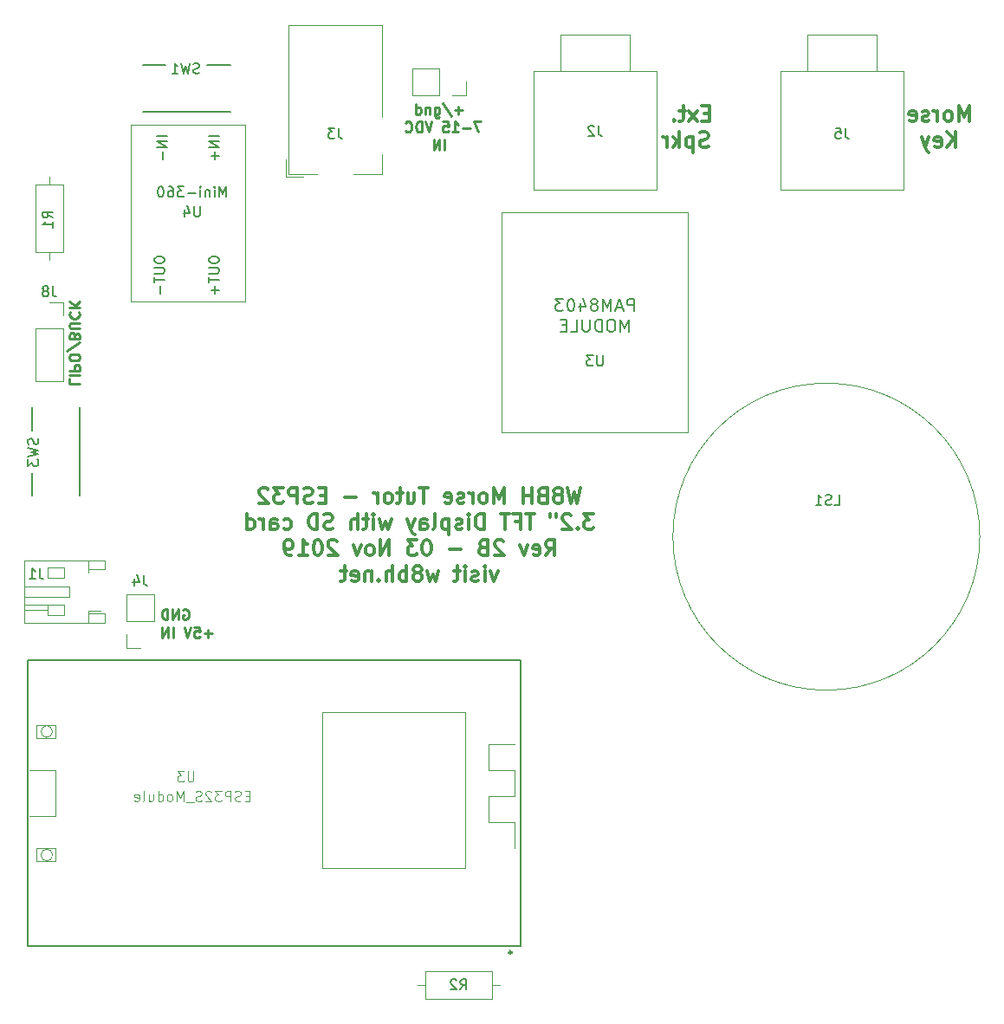
<source format=gbr>
G04 #@! TF.GenerationSoftware,KiCad,Pcbnew,(5.1.4)-1*
G04 #@! TF.CreationDate,2019-11-03T17:56:11-05:00*
G04 #@! TF.ProjectId,MorseTutor4,4d6f7273-6554-4757-946f-72342e6b6963,rev?*
G04 #@! TF.SameCoordinates,Original*
G04 #@! TF.FileFunction,Legend,Bot*
G04 #@! TF.FilePolarity,Positive*
%FSLAX46Y46*%
G04 Gerber Fmt 4.6, Leading zero omitted, Abs format (unit mm)*
G04 Created by KiCad (PCBNEW (5.1.4)-1) date 2019-11-03 17:56:11*
%MOMM*%
%LPD*%
G04 APERTURE LIST*
%ADD10C,0.300000*%
%ADD11C,0.200000*%
%ADD12C,0.250000*%
%ADD13C,0.120000*%
%ADD14C,0.100000*%
%ADD15C,0.127000*%
%ADD16C,0.280000*%
%ADD17C,0.150000*%
%ADD18C,0.050000*%
G04 APERTURE END LIST*
D10*
X97055714Y-34967857D02*
X96555714Y-34967857D01*
X96341428Y-35753571D02*
X97055714Y-35753571D01*
X97055714Y-34253571D01*
X96341428Y-34253571D01*
X95841428Y-35753571D02*
X95055714Y-34753571D01*
X95841428Y-34753571D02*
X95055714Y-35753571D01*
X94698571Y-34753571D02*
X94127142Y-34753571D01*
X94484285Y-34253571D02*
X94484285Y-35539285D01*
X94412857Y-35682142D01*
X94270000Y-35753571D01*
X94127142Y-35753571D01*
X93627142Y-35610714D02*
X93555714Y-35682142D01*
X93627142Y-35753571D01*
X93698571Y-35682142D01*
X93627142Y-35610714D01*
X93627142Y-35753571D01*
X96948571Y-38232142D02*
X96734285Y-38303571D01*
X96377142Y-38303571D01*
X96234285Y-38232142D01*
X96162857Y-38160714D01*
X96091428Y-38017857D01*
X96091428Y-37875000D01*
X96162857Y-37732142D01*
X96234285Y-37660714D01*
X96377142Y-37589285D01*
X96662857Y-37517857D01*
X96805714Y-37446428D01*
X96877142Y-37375000D01*
X96948571Y-37232142D01*
X96948571Y-37089285D01*
X96877142Y-36946428D01*
X96805714Y-36875000D01*
X96662857Y-36803571D01*
X96305714Y-36803571D01*
X96091428Y-36875000D01*
X95448571Y-37303571D02*
X95448571Y-38803571D01*
X95448571Y-37375000D02*
X95305714Y-37303571D01*
X95020000Y-37303571D01*
X94877142Y-37375000D01*
X94805714Y-37446428D01*
X94734285Y-37589285D01*
X94734285Y-38017857D01*
X94805714Y-38160714D01*
X94877142Y-38232142D01*
X95020000Y-38303571D01*
X95305714Y-38303571D01*
X95448571Y-38232142D01*
X94091428Y-38303571D02*
X94091428Y-36803571D01*
X93948571Y-37732142D02*
X93520000Y-38303571D01*
X93520000Y-37303571D02*
X94091428Y-37875000D01*
X92877142Y-38303571D02*
X92877142Y-37303571D01*
X92877142Y-37589285D02*
X92805714Y-37446428D01*
X92734285Y-37375000D01*
X92591428Y-37303571D01*
X92448571Y-37303571D01*
X122427857Y-35753571D02*
X122427857Y-34253571D01*
X121927857Y-35325000D01*
X121427857Y-34253571D01*
X121427857Y-35753571D01*
X120499285Y-35753571D02*
X120642142Y-35682142D01*
X120713571Y-35610714D01*
X120785000Y-35467857D01*
X120785000Y-35039285D01*
X120713571Y-34896428D01*
X120642142Y-34825000D01*
X120499285Y-34753571D01*
X120285000Y-34753571D01*
X120142142Y-34825000D01*
X120070714Y-34896428D01*
X119999285Y-35039285D01*
X119999285Y-35467857D01*
X120070714Y-35610714D01*
X120142142Y-35682142D01*
X120285000Y-35753571D01*
X120499285Y-35753571D01*
X119356428Y-35753571D02*
X119356428Y-34753571D01*
X119356428Y-35039285D02*
X119285000Y-34896428D01*
X119213571Y-34825000D01*
X119070714Y-34753571D01*
X118927857Y-34753571D01*
X118499285Y-35682142D02*
X118356428Y-35753571D01*
X118070714Y-35753571D01*
X117927857Y-35682142D01*
X117856428Y-35539285D01*
X117856428Y-35467857D01*
X117927857Y-35325000D01*
X118070714Y-35253571D01*
X118285000Y-35253571D01*
X118427857Y-35182142D01*
X118499285Y-35039285D01*
X118499285Y-34967857D01*
X118427857Y-34825000D01*
X118285000Y-34753571D01*
X118070714Y-34753571D01*
X117927857Y-34825000D01*
X116642142Y-35682142D02*
X116785000Y-35753571D01*
X117070714Y-35753571D01*
X117213571Y-35682142D01*
X117285000Y-35539285D01*
X117285000Y-34967857D01*
X117213571Y-34825000D01*
X117070714Y-34753571D01*
X116785000Y-34753571D01*
X116642142Y-34825000D01*
X116570714Y-34967857D01*
X116570714Y-35110714D01*
X117285000Y-35253571D01*
X121142142Y-38303571D02*
X121142142Y-36803571D01*
X120285000Y-38303571D02*
X120927857Y-37446428D01*
X120285000Y-36803571D02*
X121142142Y-37660714D01*
X119070714Y-38232142D02*
X119213571Y-38303571D01*
X119499285Y-38303571D01*
X119642142Y-38232142D01*
X119713571Y-38089285D01*
X119713571Y-37517857D01*
X119642142Y-37375000D01*
X119499285Y-37303571D01*
X119213571Y-37303571D01*
X119070714Y-37375000D01*
X118999285Y-37517857D01*
X118999285Y-37660714D01*
X119713571Y-37803571D01*
X118499285Y-37303571D02*
X118142142Y-38303571D01*
X117785000Y-37303571D02*
X118142142Y-38303571D01*
X118285000Y-38660714D01*
X118356428Y-38732142D01*
X118499285Y-38803571D01*
D11*
X89680000Y-54307857D02*
X89680000Y-53107857D01*
X89222857Y-53107857D01*
X89108571Y-53165000D01*
X89051428Y-53222142D01*
X88994285Y-53336428D01*
X88994285Y-53507857D01*
X89051428Y-53622142D01*
X89108571Y-53679285D01*
X89222857Y-53736428D01*
X89680000Y-53736428D01*
X88537142Y-53965000D02*
X87965714Y-53965000D01*
X88651428Y-54307857D02*
X88251428Y-53107857D01*
X87851428Y-54307857D01*
X87451428Y-54307857D02*
X87451428Y-53107857D01*
X87051428Y-53965000D01*
X86651428Y-53107857D01*
X86651428Y-54307857D01*
X85908571Y-53622142D02*
X86022857Y-53565000D01*
X86080000Y-53507857D01*
X86137142Y-53393571D01*
X86137142Y-53336428D01*
X86080000Y-53222142D01*
X86022857Y-53165000D01*
X85908571Y-53107857D01*
X85680000Y-53107857D01*
X85565714Y-53165000D01*
X85508571Y-53222142D01*
X85451428Y-53336428D01*
X85451428Y-53393571D01*
X85508571Y-53507857D01*
X85565714Y-53565000D01*
X85680000Y-53622142D01*
X85908571Y-53622142D01*
X86022857Y-53679285D01*
X86080000Y-53736428D01*
X86137142Y-53850714D01*
X86137142Y-54079285D01*
X86080000Y-54193571D01*
X86022857Y-54250714D01*
X85908571Y-54307857D01*
X85680000Y-54307857D01*
X85565714Y-54250714D01*
X85508571Y-54193571D01*
X85451428Y-54079285D01*
X85451428Y-53850714D01*
X85508571Y-53736428D01*
X85565714Y-53679285D01*
X85680000Y-53622142D01*
X84422857Y-53507857D02*
X84422857Y-54307857D01*
X84708571Y-53050714D02*
X84994285Y-53907857D01*
X84251428Y-53907857D01*
X83565714Y-53107857D02*
X83451428Y-53107857D01*
X83337142Y-53165000D01*
X83280000Y-53222142D01*
X83222857Y-53336428D01*
X83165714Y-53565000D01*
X83165714Y-53850714D01*
X83222857Y-54079285D01*
X83280000Y-54193571D01*
X83337142Y-54250714D01*
X83451428Y-54307857D01*
X83565714Y-54307857D01*
X83680000Y-54250714D01*
X83737142Y-54193571D01*
X83794285Y-54079285D01*
X83851428Y-53850714D01*
X83851428Y-53565000D01*
X83794285Y-53336428D01*
X83737142Y-53222142D01*
X83680000Y-53165000D01*
X83565714Y-53107857D01*
X82765714Y-53107857D02*
X82022857Y-53107857D01*
X82422857Y-53565000D01*
X82251428Y-53565000D01*
X82137142Y-53622142D01*
X82080000Y-53679285D01*
X82022857Y-53793571D01*
X82022857Y-54079285D01*
X82080000Y-54193571D01*
X82137142Y-54250714D01*
X82251428Y-54307857D01*
X82594285Y-54307857D01*
X82708571Y-54250714D01*
X82765714Y-54193571D01*
X89165714Y-56307857D02*
X89165714Y-55107857D01*
X88765714Y-55965000D01*
X88365714Y-55107857D01*
X88365714Y-56307857D01*
X87565714Y-55107857D02*
X87337142Y-55107857D01*
X87222857Y-55165000D01*
X87108571Y-55279285D01*
X87051428Y-55507857D01*
X87051428Y-55907857D01*
X87108571Y-56136428D01*
X87222857Y-56250714D01*
X87337142Y-56307857D01*
X87565714Y-56307857D01*
X87680000Y-56250714D01*
X87794285Y-56136428D01*
X87851428Y-55907857D01*
X87851428Y-55507857D01*
X87794285Y-55279285D01*
X87680000Y-55165000D01*
X87565714Y-55107857D01*
X86537142Y-56307857D02*
X86537142Y-55107857D01*
X86251428Y-55107857D01*
X86080000Y-55165000D01*
X85965714Y-55279285D01*
X85908571Y-55393571D01*
X85851428Y-55622142D01*
X85851428Y-55793571D01*
X85908571Y-56022142D01*
X85965714Y-56136428D01*
X86080000Y-56250714D01*
X86251428Y-56307857D01*
X86537142Y-56307857D01*
X85337142Y-55107857D02*
X85337142Y-56079285D01*
X85280000Y-56193571D01*
X85222857Y-56250714D01*
X85108571Y-56307857D01*
X84880000Y-56307857D01*
X84765714Y-56250714D01*
X84708571Y-56193571D01*
X84651428Y-56079285D01*
X84651428Y-55107857D01*
X83508571Y-56307857D02*
X84080000Y-56307857D01*
X84080000Y-55107857D01*
X83108571Y-55679285D02*
X82708571Y-55679285D01*
X82537142Y-56307857D02*
X83108571Y-56307857D01*
X83108571Y-55107857D01*
X82537142Y-55107857D01*
D12*
X72901904Y-34671428D02*
X72140000Y-34671428D01*
X72520952Y-35052380D02*
X72520952Y-34290476D01*
X70949523Y-34004761D02*
X71806666Y-35290476D01*
X70187619Y-34385714D02*
X70187619Y-35195238D01*
X70235238Y-35290476D01*
X70282857Y-35338095D01*
X70378095Y-35385714D01*
X70520952Y-35385714D01*
X70616190Y-35338095D01*
X70187619Y-35004761D02*
X70282857Y-35052380D01*
X70473333Y-35052380D01*
X70568571Y-35004761D01*
X70616190Y-34957142D01*
X70663809Y-34861904D01*
X70663809Y-34576190D01*
X70616190Y-34480952D01*
X70568571Y-34433333D01*
X70473333Y-34385714D01*
X70282857Y-34385714D01*
X70187619Y-34433333D01*
X69711428Y-34385714D02*
X69711428Y-35052380D01*
X69711428Y-34480952D02*
X69663809Y-34433333D01*
X69568571Y-34385714D01*
X69425714Y-34385714D01*
X69330476Y-34433333D01*
X69282857Y-34528571D01*
X69282857Y-35052380D01*
X68378095Y-35052380D02*
X68378095Y-34052380D01*
X68378095Y-35004761D02*
X68473333Y-35052380D01*
X68663809Y-35052380D01*
X68759047Y-35004761D01*
X68806666Y-34957142D01*
X68854285Y-34861904D01*
X68854285Y-34576190D01*
X68806666Y-34480952D01*
X68759047Y-34433333D01*
X68663809Y-34385714D01*
X68473333Y-34385714D01*
X68378095Y-34433333D01*
X74735238Y-35802380D02*
X74068571Y-35802380D01*
X74497142Y-36802380D01*
X73687619Y-36421428D02*
X72925714Y-36421428D01*
X71925714Y-36802380D02*
X72497142Y-36802380D01*
X72211428Y-36802380D02*
X72211428Y-35802380D01*
X72306666Y-35945238D01*
X72401904Y-36040476D01*
X72497142Y-36088095D01*
X71020952Y-35802380D02*
X71497142Y-35802380D01*
X71544761Y-36278571D01*
X71497142Y-36230952D01*
X71401904Y-36183333D01*
X71163809Y-36183333D01*
X71068571Y-36230952D01*
X71020952Y-36278571D01*
X70973333Y-36373809D01*
X70973333Y-36611904D01*
X71020952Y-36707142D01*
X71068571Y-36754761D01*
X71163809Y-36802380D01*
X71401904Y-36802380D01*
X71497142Y-36754761D01*
X71544761Y-36707142D01*
X69925714Y-35802380D02*
X69592380Y-36802380D01*
X69259047Y-35802380D01*
X68925714Y-36802380D02*
X68925714Y-35802380D01*
X68687619Y-35802380D01*
X68544761Y-35850000D01*
X68449523Y-35945238D01*
X68401904Y-36040476D01*
X68354285Y-36230952D01*
X68354285Y-36373809D01*
X68401904Y-36564285D01*
X68449523Y-36659523D01*
X68544761Y-36754761D01*
X68687619Y-36802380D01*
X68925714Y-36802380D01*
X67354285Y-36707142D02*
X67401904Y-36754761D01*
X67544761Y-36802380D01*
X67640000Y-36802380D01*
X67782857Y-36754761D01*
X67878095Y-36659523D01*
X67925714Y-36564285D01*
X67973333Y-36373809D01*
X67973333Y-36230952D01*
X67925714Y-36040476D01*
X67878095Y-35945238D01*
X67782857Y-35850000D01*
X67640000Y-35802380D01*
X67544761Y-35802380D01*
X67401904Y-35850000D01*
X67354285Y-35897619D01*
X71163809Y-38552380D02*
X71163809Y-37552380D01*
X70687619Y-38552380D02*
X70687619Y-37552380D01*
X70116190Y-38552380D01*
X70116190Y-37552380D01*
X34500619Y-60932000D02*
X34500619Y-61408190D01*
X35500619Y-61408190D01*
X34500619Y-60598666D02*
X35500619Y-60598666D01*
X34500619Y-60122476D02*
X35500619Y-60122476D01*
X35500619Y-59741523D01*
X35453000Y-59646285D01*
X35405380Y-59598666D01*
X35310142Y-59551047D01*
X35167285Y-59551047D01*
X35072047Y-59598666D01*
X35024428Y-59646285D01*
X34976809Y-59741523D01*
X34976809Y-60122476D01*
X35500619Y-58932000D02*
X35500619Y-58741523D01*
X35453000Y-58646285D01*
X35357761Y-58551047D01*
X35167285Y-58503428D01*
X34833952Y-58503428D01*
X34643476Y-58551047D01*
X34548238Y-58646285D01*
X34500619Y-58741523D01*
X34500619Y-58932000D01*
X34548238Y-59027238D01*
X34643476Y-59122476D01*
X34833952Y-59170095D01*
X35167285Y-59170095D01*
X35357761Y-59122476D01*
X35453000Y-59027238D01*
X35500619Y-58932000D01*
X35548238Y-57360571D02*
X34262523Y-58217714D01*
X35024428Y-56693904D02*
X34976809Y-56551047D01*
X34929190Y-56503428D01*
X34833952Y-56455809D01*
X34691095Y-56455809D01*
X34595857Y-56503428D01*
X34548238Y-56551047D01*
X34500619Y-56646285D01*
X34500619Y-57027238D01*
X35500619Y-57027238D01*
X35500619Y-56693904D01*
X35453000Y-56598666D01*
X35405380Y-56551047D01*
X35310142Y-56503428D01*
X35214904Y-56503428D01*
X35119666Y-56551047D01*
X35072047Y-56598666D01*
X35024428Y-56693904D01*
X35024428Y-57027238D01*
X35500619Y-56027238D02*
X34691095Y-56027238D01*
X34595857Y-55979619D01*
X34548238Y-55932000D01*
X34500619Y-55836761D01*
X34500619Y-55646285D01*
X34548238Y-55551047D01*
X34595857Y-55503428D01*
X34691095Y-55455809D01*
X35500619Y-55455809D01*
X34595857Y-54408190D02*
X34548238Y-54455809D01*
X34500619Y-54598666D01*
X34500619Y-54693904D01*
X34548238Y-54836761D01*
X34643476Y-54932000D01*
X34738714Y-54979619D01*
X34929190Y-55027238D01*
X35072047Y-55027238D01*
X35262523Y-54979619D01*
X35357761Y-54932000D01*
X35453000Y-54836761D01*
X35500619Y-54693904D01*
X35500619Y-54598666D01*
X35453000Y-54455809D01*
X35405380Y-54408190D01*
X34500619Y-53979619D02*
X35500619Y-53979619D01*
X34500619Y-53408190D02*
X35072047Y-53836761D01*
X35500619Y-53408190D02*
X34929190Y-53979619D01*
X45621047Y-83489000D02*
X45716285Y-83441380D01*
X45859142Y-83441380D01*
X46002000Y-83489000D01*
X46097238Y-83584238D01*
X46144857Y-83679476D01*
X46192476Y-83869952D01*
X46192476Y-84012809D01*
X46144857Y-84203285D01*
X46097238Y-84298523D01*
X46002000Y-84393761D01*
X45859142Y-84441380D01*
X45763904Y-84441380D01*
X45621047Y-84393761D01*
X45573428Y-84346142D01*
X45573428Y-84012809D01*
X45763904Y-84012809D01*
X45144857Y-84441380D02*
X45144857Y-83441380D01*
X44573428Y-84441380D01*
X44573428Y-83441380D01*
X44097238Y-84441380D02*
X44097238Y-83441380D01*
X43859142Y-83441380D01*
X43716285Y-83489000D01*
X43621047Y-83584238D01*
X43573428Y-83679476D01*
X43525809Y-83869952D01*
X43525809Y-84012809D01*
X43573428Y-84203285D01*
X43621047Y-84298523D01*
X43716285Y-84393761D01*
X43859142Y-84441380D01*
X44097238Y-84441380D01*
X48430571Y-85810428D02*
X47668666Y-85810428D01*
X48049619Y-86191380D02*
X48049619Y-85429476D01*
X46716285Y-85191380D02*
X47192476Y-85191380D01*
X47240095Y-85667571D01*
X47192476Y-85619952D01*
X47097238Y-85572333D01*
X46859142Y-85572333D01*
X46763904Y-85619952D01*
X46716285Y-85667571D01*
X46668666Y-85762809D01*
X46668666Y-86000904D01*
X46716285Y-86096142D01*
X46763904Y-86143761D01*
X46859142Y-86191380D01*
X47097238Y-86191380D01*
X47192476Y-86143761D01*
X47240095Y-86096142D01*
X46382952Y-85191380D02*
X46049619Y-86191380D01*
X45716285Y-85191380D01*
X44621047Y-86191380D02*
X44621047Y-85191380D01*
X44144857Y-86191380D02*
X44144857Y-85191380D01*
X43573428Y-86191380D01*
X43573428Y-85191380D01*
D10*
X84485000Y-71581571D02*
X84127857Y-73081571D01*
X83842142Y-72010142D01*
X83556428Y-73081571D01*
X83199285Y-71581571D01*
X82413571Y-72224428D02*
X82556428Y-72153000D01*
X82627857Y-72081571D01*
X82699285Y-71938714D01*
X82699285Y-71867285D01*
X82627857Y-71724428D01*
X82556428Y-71653000D01*
X82413571Y-71581571D01*
X82127857Y-71581571D01*
X81985000Y-71653000D01*
X81913571Y-71724428D01*
X81842142Y-71867285D01*
X81842142Y-71938714D01*
X81913571Y-72081571D01*
X81985000Y-72153000D01*
X82127857Y-72224428D01*
X82413571Y-72224428D01*
X82556428Y-72295857D01*
X82627857Y-72367285D01*
X82699285Y-72510142D01*
X82699285Y-72795857D01*
X82627857Y-72938714D01*
X82556428Y-73010142D01*
X82413571Y-73081571D01*
X82127857Y-73081571D01*
X81985000Y-73010142D01*
X81913571Y-72938714D01*
X81842142Y-72795857D01*
X81842142Y-72510142D01*
X81913571Y-72367285D01*
X81985000Y-72295857D01*
X82127857Y-72224428D01*
X80699285Y-72295857D02*
X80485000Y-72367285D01*
X80413571Y-72438714D01*
X80342142Y-72581571D01*
X80342142Y-72795857D01*
X80413571Y-72938714D01*
X80485000Y-73010142D01*
X80627857Y-73081571D01*
X81199285Y-73081571D01*
X81199285Y-71581571D01*
X80699285Y-71581571D01*
X80556428Y-71653000D01*
X80485000Y-71724428D01*
X80413571Y-71867285D01*
X80413571Y-72010142D01*
X80485000Y-72153000D01*
X80556428Y-72224428D01*
X80699285Y-72295857D01*
X81199285Y-72295857D01*
X79699285Y-73081571D02*
X79699285Y-71581571D01*
X79699285Y-72295857D02*
X78842142Y-72295857D01*
X78842142Y-73081571D02*
X78842142Y-71581571D01*
X76985000Y-73081571D02*
X76985000Y-71581571D01*
X76485000Y-72653000D01*
X75985000Y-71581571D01*
X75985000Y-73081571D01*
X75056428Y-73081571D02*
X75199285Y-73010142D01*
X75270714Y-72938714D01*
X75342142Y-72795857D01*
X75342142Y-72367285D01*
X75270714Y-72224428D01*
X75199285Y-72153000D01*
X75056428Y-72081571D01*
X74842142Y-72081571D01*
X74699285Y-72153000D01*
X74627857Y-72224428D01*
X74556428Y-72367285D01*
X74556428Y-72795857D01*
X74627857Y-72938714D01*
X74699285Y-73010142D01*
X74842142Y-73081571D01*
X75056428Y-73081571D01*
X73913571Y-73081571D02*
X73913571Y-72081571D01*
X73913571Y-72367285D02*
X73842142Y-72224428D01*
X73770714Y-72153000D01*
X73627857Y-72081571D01*
X73485000Y-72081571D01*
X73056428Y-73010142D02*
X72913571Y-73081571D01*
X72627857Y-73081571D01*
X72485000Y-73010142D01*
X72413571Y-72867285D01*
X72413571Y-72795857D01*
X72485000Y-72653000D01*
X72627857Y-72581571D01*
X72842142Y-72581571D01*
X72985000Y-72510142D01*
X73056428Y-72367285D01*
X73056428Y-72295857D01*
X72985000Y-72153000D01*
X72842142Y-72081571D01*
X72627857Y-72081571D01*
X72485000Y-72153000D01*
X71199285Y-73010142D02*
X71342142Y-73081571D01*
X71627857Y-73081571D01*
X71770714Y-73010142D01*
X71842142Y-72867285D01*
X71842142Y-72295857D01*
X71770714Y-72153000D01*
X71627857Y-72081571D01*
X71342142Y-72081571D01*
X71199285Y-72153000D01*
X71127857Y-72295857D01*
X71127857Y-72438714D01*
X71842142Y-72581571D01*
X69556428Y-71581571D02*
X68699285Y-71581571D01*
X69127857Y-73081571D02*
X69127857Y-71581571D01*
X67556428Y-72081571D02*
X67556428Y-73081571D01*
X68199285Y-72081571D02*
X68199285Y-72867285D01*
X68127857Y-73010142D01*
X67985000Y-73081571D01*
X67770714Y-73081571D01*
X67627857Y-73010142D01*
X67556428Y-72938714D01*
X67056428Y-72081571D02*
X66485000Y-72081571D01*
X66842142Y-71581571D02*
X66842142Y-72867285D01*
X66770714Y-73010142D01*
X66627857Y-73081571D01*
X66485000Y-73081571D01*
X65770714Y-73081571D02*
X65913571Y-73010142D01*
X65985000Y-72938714D01*
X66056428Y-72795857D01*
X66056428Y-72367285D01*
X65985000Y-72224428D01*
X65913571Y-72153000D01*
X65770714Y-72081571D01*
X65556428Y-72081571D01*
X65413571Y-72153000D01*
X65342142Y-72224428D01*
X65270714Y-72367285D01*
X65270714Y-72795857D01*
X65342142Y-72938714D01*
X65413571Y-73010142D01*
X65556428Y-73081571D01*
X65770714Y-73081571D01*
X64627857Y-73081571D02*
X64627857Y-72081571D01*
X64627857Y-72367285D02*
X64556428Y-72224428D01*
X64485000Y-72153000D01*
X64342142Y-72081571D01*
X64199285Y-72081571D01*
X62556428Y-72510142D02*
X61413571Y-72510142D01*
X59556428Y-72295857D02*
X59056428Y-72295857D01*
X58842142Y-73081571D02*
X59556428Y-73081571D01*
X59556428Y-71581571D01*
X58842142Y-71581571D01*
X58270714Y-73010142D02*
X58056428Y-73081571D01*
X57699285Y-73081571D01*
X57556428Y-73010142D01*
X57485000Y-72938714D01*
X57413571Y-72795857D01*
X57413571Y-72653000D01*
X57485000Y-72510142D01*
X57556428Y-72438714D01*
X57699285Y-72367285D01*
X57985000Y-72295857D01*
X58127857Y-72224428D01*
X58199285Y-72153000D01*
X58270714Y-72010142D01*
X58270714Y-71867285D01*
X58199285Y-71724428D01*
X58127857Y-71653000D01*
X57985000Y-71581571D01*
X57627857Y-71581571D01*
X57413571Y-71653000D01*
X56770714Y-73081571D02*
X56770714Y-71581571D01*
X56199285Y-71581571D01*
X56056428Y-71653000D01*
X55985000Y-71724428D01*
X55913571Y-71867285D01*
X55913571Y-72081571D01*
X55985000Y-72224428D01*
X56056428Y-72295857D01*
X56199285Y-72367285D01*
X56770714Y-72367285D01*
X55413571Y-71581571D02*
X54485000Y-71581571D01*
X54985000Y-72153000D01*
X54770714Y-72153000D01*
X54627857Y-72224428D01*
X54556428Y-72295857D01*
X54485000Y-72438714D01*
X54485000Y-72795857D01*
X54556428Y-72938714D01*
X54627857Y-73010142D01*
X54770714Y-73081571D01*
X55199285Y-73081571D01*
X55342142Y-73010142D01*
X55413571Y-72938714D01*
X53913571Y-71724428D02*
X53842142Y-71653000D01*
X53699285Y-71581571D01*
X53342142Y-71581571D01*
X53199285Y-71653000D01*
X53127857Y-71724428D01*
X53056428Y-71867285D01*
X53056428Y-72010142D01*
X53127857Y-72224428D01*
X53985000Y-73081571D01*
X53056428Y-73081571D01*
X85735000Y-74131571D02*
X84806428Y-74131571D01*
X85306428Y-74703000D01*
X85092142Y-74703000D01*
X84949285Y-74774428D01*
X84877857Y-74845857D01*
X84806428Y-74988714D01*
X84806428Y-75345857D01*
X84877857Y-75488714D01*
X84949285Y-75560142D01*
X85092142Y-75631571D01*
X85520714Y-75631571D01*
X85663571Y-75560142D01*
X85735000Y-75488714D01*
X84163571Y-75488714D02*
X84092142Y-75560142D01*
X84163571Y-75631571D01*
X84235000Y-75560142D01*
X84163571Y-75488714D01*
X84163571Y-75631571D01*
X83520714Y-74274428D02*
X83449285Y-74203000D01*
X83306428Y-74131571D01*
X82949285Y-74131571D01*
X82806428Y-74203000D01*
X82735000Y-74274428D01*
X82663571Y-74417285D01*
X82663571Y-74560142D01*
X82735000Y-74774428D01*
X83592142Y-75631571D01*
X82663571Y-75631571D01*
X82092142Y-74131571D02*
X82092142Y-74417285D01*
X81520714Y-74131571D02*
X81520714Y-74417285D01*
X79949285Y-74131571D02*
X79092142Y-74131571D01*
X79520714Y-75631571D02*
X79520714Y-74131571D01*
X78092142Y-74845857D02*
X78592142Y-74845857D01*
X78592142Y-75631571D02*
X78592142Y-74131571D01*
X77877857Y-74131571D01*
X77520714Y-74131571D02*
X76663571Y-74131571D01*
X77092142Y-75631571D02*
X77092142Y-74131571D01*
X75020714Y-75631571D02*
X75020714Y-74131571D01*
X74663571Y-74131571D01*
X74449285Y-74203000D01*
X74306428Y-74345857D01*
X74235000Y-74488714D01*
X74163571Y-74774428D01*
X74163571Y-74988714D01*
X74235000Y-75274428D01*
X74306428Y-75417285D01*
X74449285Y-75560142D01*
X74663571Y-75631571D01*
X75020714Y-75631571D01*
X73520714Y-75631571D02*
X73520714Y-74631571D01*
X73520714Y-74131571D02*
X73592142Y-74203000D01*
X73520714Y-74274428D01*
X73449285Y-74203000D01*
X73520714Y-74131571D01*
X73520714Y-74274428D01*
X72877857Y-75560142D02*
X72735000Y-75631571D01*
X72449285Y-75631571D01*
X72306428Y-75560142D01*
X72235000Y-75417285D01*
X72235000Y-75345857D01*
X72306428Y-75203000D01*
X72449285Y-75131571D01*
X72663571Y-75131571D01*
X72806428Y-75060142D01*
X72877857Y-74917285D01*
X72877857Y-74845857D01*
X72806428Y-74703000D01*
X72663571Y-74631571D01*
X72449285Y-74631571D01*
X72306428Y-74703000D01*
X71592142Y-74631571D02*
X71592142Y-76131571D01*
X71592142Y-74703000D02*
X71449285Y-74631571D01*
X71163571Y-74631571D01*
X71020714Y-74703000D01*
X70949285Y-74774428D01*
X70877857Y-74917285D01*
X70877857Y-75345857D01*
X70949285Y-75488714D01*
X71020714Y-75560142D01*
X71163571Y-75631571D01*
X71449285Y-75631571D01*
X71592142Y-75560142D01*
X70020714Y-75631571D02*
X70163571Y-75560142D01*
X70235000Y-75417285D01*
X70235000Y-74131571D01*
X68806428Y-75631571D02*
X68806428Y-74845857D01*
X68877857Y-74703000D01*
X69020714Y-74631571D01*
X69306428Y-74631571D01*
X69449285Y-74703000D01*
X68806428Y-75560142D02*
X68949285Y-75631571D01*
X69306428Y-75631571D01*
X69449285Y-75560142D01*
X69520714Y-75417285D01*
X69520714Y-75274428D01*
X69449285Y-75131571D01*
X69306428Y-75060142D01*
X68949285Y-75060142D01*
X68806428Y-74988714D01*
X68235000Y-74631571D02*
X67877857Y-75631571D01*
X67520714Y-74631571D02*
X67877857Y-75631571D01*
X68020714Y-75988714D01*
X68092142Y-76060142D01*
X68235000Y-76131571D01*
X65949285Y-74631571D02*
X65663571Y-75631571D01*
X65377857Y-74917285D01*
X65092142Y-75631571D01*
X64806428Y-74631571D01*
X64235000Y-75631571D02*
X64235000Y-74631571D01*
X64235000Y-74131571D02*
X64306428Y-74203000D01*
X64235000Y-74274428D01*
X64163571Y-74203000D01*
X64235000Y-74131571D01*
X64235000Y-74274428D01*
X63735000Y-74631571D02*
X63163571Y-74631571D01*
X63520714Y-74131571D02*
X63520714Y-75417285D01*
X63449285Y-75560142D01*
X63306428Y-75631571D01*
X63163571Y-75631571D01*
X62663571Y-75631571D02*
X62663571Y-74131571D01*
X62020714Y-75631571D02*
X62020714Y-74845857D01*
X62092142Y-74703000D01*
X62235000Y-74631571D01*
X62449285Y-74631571D01*
X62592142Y-74703000D01*
X62663571Y-74774428D01*
X60235000Y-75560142D02*
X60020714Y-75631571D01*
X59663571Y-75631571D01*
X59520714Y-75560142D01*
X59449285Y-75488714D01*
X59377857Y-75345857D01*
X59377857Y-75203000D01*
X59449285Y-75060142D01*
X59520714Y-74988714D01*
X59663571Y-74917285D01*
X59949285Y-74845857D01*
X60092142Y-74774428D01*
X60163571Y-74703000D01*
X60235000Y-74560142D01*
X60235000Y-74417285D01*
X60163571Y-74274428D01*
X60092142Y-74203000D01*
X59949285Y-74131571D01*
X59592142Y-74131571D01*
X59377857Y-74203000D01*
X58735000Y-75631571D02*
X58735000Y-74131571D01*
X58377857Y-74131571D01*
X58163571Y-74203000D01*
X58020714Y-74345857D01*
X57949285Y-74488714D01*
X57877857Y-74774428D01*
X57877857Y-74988714D01*
X57949285Y-75274428D01*
X58020714Y-75417285D01*
X58163571Y-75560142D01*
X58377857Y-75631571D01*
X58735000Y-75631571D01*
X55449285Y-75560142D02*
X55592142Y-75631571D01*
X55877857Y-75631571D01*
X56020714Y-75560142D01*
X56092142Y-75488714D01*
X56163571Y-75345857D01*
X56163571Y-74917285D01*
X56092142Y-74774428D01*
X56020714Y-74703000D01*
X55877857Y-74631571D01*
X55592142Y-74631571D01*
X55449285Y-74703000D01*
X54163571Y-75631571D02*
X54163571Y-74845857D01*
X54235000Y-74703000D01*
X54377857Y-74631571D01*
X54663571Y-74631571D01*
X54806428Y-74703000D01*
X54163571Y-75560142D02*
X54306428Y-75631571D01*
X54663571Y-75631571D01*
X54806428Y-75560142D01*
X54877857Y-75417285D01*
X54877857Y-75274428D01*
X54806428Y-75131571D01*
X54663571Y-75060142D01*
X54306428Y-75060142D01*
X54163571Y-74988714D01*
X53449285Y-75631571D02*
X53449285Y-74631571D01*
X53449285Y-74917285D02*
X53377857Y-74774428D01*
X53306428Y-74703000D01*
X53163571Y-74631571D01*
X53020714Y-74631571D01*
X51877857Y-75631571D02*
X51877857Y-74131571D01*
X51877857Y-75560142D02*
X52020714Y-75631571D01*
X52306428Y-75631571D01*
X52449285Y-75560142D01*
X52520714Y-75488714D01*
X52592142Y-75345857D01*
X52592142Y-74917285D01*
X52520714Y-74774428D01*
X52449285Y-74703000D01*
X52306428Y-74631571D01*
X52020714Y-74631571D01*
X51877857Y-74703000D01*
X81056428Y-78181571D02*
X81556428Y-77467285D01*
X81913571Y-78181571D02*
X81913571Y-76681571D01*
X81342142Y-76681571D01*
X81199285Y-76753000D01*
X81127857Y-76824428D01*
X81056428Y-76967285D01*
X81056428Y-77181571D01*
X81127857Y-77324428D01*
X81199285Y-77395857D01*
X81342142Y-77467285D01*
X81913571Y-77467285D01*
X79842142Y-78110142D02*
X79985000Y-78181571D01*
X80270714Y-78181571D01*
X80413571Y-78110142D01*
X80485000Y-77967285D01*
X80485000Y-77395857D01*
X80413571Y-77253000D01*
X80270714Y-77181571D01*
X79985000Y-77181571D01*
X79842142Y-77253000D01*
X79770714Y-77395857D01*
X79770714Y-77538714D01*
X80485000Y-77681571D01*
X79270714Y-77181571D02*
X78913571Y-78181571D01*
X78556428Y-77181571D01*
X76913571Y-76824428D02*
X76842142Y-76753000D01*
X76699285Y-76681571D01*
X76342142Y-76681571D01*
X76199285Y-76753000D01*
X76127857Y-76824428D01*
X76056428Y-76967285D01*
X76056428Y-77110142D01*
X76127857Y-77324428D01*
X76985000Y-78181571D01*
X76056428Y-78181571D01*
X74913571Y-77395857D02*
X74699285Y-77467285D01*
X74627857Y-77538714D01*
X74556428Y-77681571D01*
X74556428Y-77895857D01*
X74627857Y-78038714D01*
X74699285Y-78110142D01*
X74842142Y-78181571D01*
X75413571Y-78181571D01*
X75413571Y-76681571D01*
X74913571Y-76681571D01*
X74770714Y-76753000D01*
X74699285Y-76824428D01*
X74627857Y-76967285D01*
X74627857Y-77110142D01*
X74699285Y-77253000D01*
X74770714Y-77324428D01*
X74913571Y-77395857D01*
X75413571Y-77395857D01*
X72770714Y-77610142D02*
X71627857Y-77610142D01*
X69485000Y-76681571D02*
X69342142Y-76681571D01*
X69199285Y-76753000D01*
X69127857Y-76824428D01*
X69056428Y-76967285D01*
X68985000Y-77253000D01*
X68985000Y-77610142D01*
X69056428Y-77895857D01*
X69127857Y-78038714D01*
X69199285Y-78110142D01*
X69342142Y-78181571D01*
X69485000Y-78181571D01*
X69627857Y-78110142D01*
X69699285Y-78038714D01*
X69770714Y-77895857D01*
X69842142Y-77610142D01*
X69842142Y-77253000D01*
X69770714Y-76967285D01*
X69699285Y-76824428D01*
X69627857Y-76753000D01*
X69485000Y-76681571D01*
X68485000Y-76681571D02*
X67556428Y-76681571D01*
X68056428Y-77253000D01*
X67842142Y-77253000D01*
X67699285Y-77324428D01*
X67627857Y-77395857D01*
X67556428Y-77538714D01*
X67556428Y-77895857D01*
X67627857Y-78038714D01*
X67699285Y-78110142D01*
X67842142Y-78181571D01*
X68270714Y-78181571D01*
X68413571Y-78110142D01*
X68485000Y-78038714D01*
X65770714Y-78181571D02*
X65770714Y-76681571D01*
X64913571Y-78181571D01*
X64913571Y-76681571D01*
X63985000Y-78181571D02*
X64127857Y-78110142D01*
X64199285Y-78038714D01*
X64270714Y-77895857D01*
X64270714Y-77467285D01*
X64199285Y-77324428D01*
X64127857Y-77253000D01*
X63985000Y-77181571D01*
X63770714Y-77181571D01*
X63627857Y-77253000D01*
X63556428Y-77324428D01*
X63485000Y-77467285D01*
X63485000Y-77895857D01*
X63556428Y-78038714D01*
X63627857Y-78110142D01*
X63770714Y-78181571D01*
X63985000Y-78181571D01*
X62985000Y-77181571D02*
X62627857Y-78181571D01*
X62270714Y-77181571D01*
X60627857Y-76824428D02*
X60556428Y-76753000D01*
X60413571Y-76681571D01*
X60056428Y-76681571D01*
X59913571Y-76753000D01*
X59842142Y-76824428D01*
X59770714Y-76967285D01*
X59770714Y-77110142D01*
X59842142Y-77324428D01*
X60699285Y-78181571D01*
X59770714Y-78181571D01*
X58842142Y-76681571D02*
X58699285Y-76681571D01*
X58556428Y-76753000D01*
X58485000Y-76824428D01*
X58413571Y-76967285D01*
X58342142Y-77253000D01*
X58342142Y-77610142D01*
X58413571Y-77895857D01*
X58485000Y-78038714D01*
X58556428Y-78110142D01*
X58699285Y-78181571D01*
X58842142Y-78181571D01*
X58985000Y-78110142D01*
X59056428Y-78038714D01*
X59127857Y-77895857D01*
X59199285Y-77610142D01*
X59199285Y-77253000D01*
X59127857Y-76967285D01*
X59056428Y-76824428D01*
X58985000Y-76753000D01*
X58842142Y-76681571D01*
X56913571Y-78181571D02*
X57770714Y-78181571D01*
X57342142Y-78181571D02*
X57342142Y-76681571D01*
X57485000Y-76895857D01*
X57627857Y-77038714D01*
X57770714Y-77110142D01*
X56199285Y-78181571D02*
X55913571Y-78181571D01*
X55770714Y-78110142D01*
X55699285Y-78038714D01*
X55556428Y-77824428D01*
X55485000Y-77538714D01*
X55485000Y-76967285D01*
X55556428Y-76824428D01*
X55627857Y-76753000D01*
X55770714Y-76681571D01*
X56056428Y-76681571D01*
X56199285Y-76753000D01*
X56270714Y-76824428D01*
X56342142Y-76967285D01*
X56342142Y-77324428D01*
X56270714Y-77467285D01*
X56199285Y-77538714D01*
X56056428Y-77610142D01*
X55770714Y-77610142D01*
X55627857Y-77538714D01*
X55556428Y-77467285D01*
X55485000Y-77324428D01*
X76377857Y-79731571D02*
X76020714Y-80731571D01*
X75663571Y-79731571D01*
X75092142Y-80731571D02*
X75092142Y-79731571D01*
X75092142Y-79231571D02*
X75163571Y-79303000D01*
X75092142Y-79374428D01*
X75020714Y-79303000D01*
X75092142Y-79231571D01*
X75092142Y-79374428D01*
X74449285Y-80660142D02*
X74306428Y-80731571D01*
X74020714Y-80731571D01*
X73877857Y-80660142D01*
X73806428Y-80517285D01*
X73806428Y-80445857D01*
X73877857Y-80303000D01*
X74020714Y-80231571D01*
X74235000Y-80231571D01*
X74377857Y-80160142D01*
X74449285Y-80017285D01*
X74449285Y-79945857D01*
X74377857Y-79803000D01*
X74235000Y-79731571D01*
X74020714Y-79731571D01*
X73877857Y-79803000D01*
X73163571Y-80731571D02*
X73163571Y-79731571D01*
X73163571Y-79231571D02*
X73235000Y-79303000D01*
X73163571Y-79374428D01*
X73092142Y-79303000D01*
X73163571Y-79231571D01*
X73163571Y-79374428D01*
X72663571Y-79731571D02*
X72092142Y-79731571D01*
X72449285Y-79231571D02*
X72449285Y-80517285D01*
X72377857Y-80660142D01*
X72235000Y-80731571D01*
X72092142Y-80731571D01*
X70592142Y-79731571D02*
X70306428Y-80731571D01*
X70020714Y-80017285D01*
X69735000Y-80731571D01*
X69449285Y-79731571D01*
X68663571Y-79874428D02*
X68806428Y-79803000D01*
X68877857Y-79731571D01*
X68949285Y-79588714D01*
X68949285Y-79517285D01*
X68877857Y-79374428D01*
X68806428Y-79303000D01*
X68663571Y-79231571D01*
X68377857Y-79231571D01*
X68235000Y-79303000D01*
X68163571Y-79374428D01*
X68092142Y-79517285D01*
X68092142Y-79588714D01*
X68163571Y-79731571D01*
X68235000Y-79803000D01*
X68377857Y-79874428D01*
X68663571Y-79874428D01*
X68806428Y-79945857D01*
X68877857Y-80017285D01*
X68949285Y-80160142D01*
X68949285Y-80445857D01*
X68877857Y-80588714D01*
X68806428Y-80660142D01*
X68663571Y-80731571D01*
X68377857Y-80731571D01*
X68235000Y-80660142D01*
X68163571Y-80588714D01*
X68092142Y-80445857D01*
X68092142Y-80160142D01*
X68163571Y-80017285D01*
X68235000Y-79945857D01*
X68377857Y-79874428D01*
X67449285Y-80731571D02*
X67449285Y-79231571D01*
X67449285Y-79803000D02*
X67306428Y-79731571D01*
X67020714Y-79731571D01*
X66877857Y-79803000D01*
X66806428Y-79874428D01*
X66735000Y-80017285D01*
X66735000Y-80445857D01*
X66806428Y-80588714D01*
X66877857Y-80660142D01*
X67020714Y-80731571D01*
X67306428Y-80731571D01*
X67449285Y-80660142D01*
X66092142Y-80731571D02*
X66092142Y-79231571D01*
X65449285Y-80731571D02*
X65449285Y-79945857D01*
X65520714Y-79803000D01*
X65663571Y-79731571D01*
X65877857Y-79731571D01*
X66020714Y-79803000D01*
X66092142Y-79874428D01*
X64735000Y-80588714D02*
X64663571Y-80660142D01*
X64735000Y-80731571D01*
X64806428Y-80660142D01*
X64735000Y-80588714D01*
X64735000Y-80731571D01*
X64020714Y-79731571D02*
X64020714Y-80731571D01*
X64020714Y-79874428D02*
X63949285Y-79803000D01*
X63806428Y-79731571D01*
X63592142Y-79731571D01*
X63449285Y-79803000D01*
X63377857Y-79945857D01*
X63377857Y-80731571D01*
X62092142Y-80660142D02*
X62235000Y-80731571D01*
X62520714Y-80731571D01*
X62663571Y-80660142D01*
X62735000Y-80517285D01*
X62735000Y-79945857D01*
X62663571Y-79803000D01*
X62520714Y-79731571D01*
X62235000Y-79731571D01*
X62092142Y-79803000D01*
X62020714Y-79945857D01*
X62020714Y-80088714D01*
X62735000Y-80231571D01*
X61592142Y-79731571D02*
X61020714Y-79731571D01*
X61377857Y-79231571D02*
X61377857Y-80517285D01*
X61306428Y-80660142D01*
X61163571Y-80731571D01*
X61020714Y-80731571D01*
D13*
X36337000Y-83565000D02*
X37552000Y-83565000D01*
X32377000Y-83505000D02*
X30117000Y-83505000D01*
X32377000Y-83005000D02*
X30117000Y-83005000D01*
X33977000Y-80405000D02*
X33977000Y-79405000D01*
X32377000Y-80405000D02*
X33977000Y-80405000D01*
X32377000Y-79405000D02*
X32377000Y-80405000D01*
X33977000Y-79405000D02*
X32377000Y-79405000D01*
X33977000Y-83005000D02*
X33977000Y-84005000D01*
X32377000Y-83005000D02*
X33977000Y-83005000D01*
X32377000Y-84005000D02*
X32377000Y-83005000D01*
X33977000Y-84005000D02*
X32377000Y-84005000D01*
X36337000Y-78645000D02*
X36337000Y-79565000D01*
X36337000Y-84765000D02*
X36337000Y-83845000D01*
X34477000Y-81205000D02*
X30117000Y-81205000D01*
X34477000Y-82205000D02*
X34477000Y-81205000D01*
X30117000Y-82205000D02*
X34477000Y-82205000D01*
X36337000Y-79565000D02*
X36337000Y-79845000D01*
X37937000Y-79565000D02*
X36337000Y-79565000D01*
X37937000Y-78645000D02*
X37937000Y-79565000D01*
X30117000Y-78645000D02*
X37937000Y-78645000D01*
X30117000Y-84765000D02*
X30117000Y-78645000D01*
X37937000Y-84765000D02*
X30117000Y-84765000D01*
X37937000Y-83845000D02*
X37937000Y-84765000D01*
X36337000Y-83845000D02*
X37937000Y-83845000D01*
X36337000Y-83565000D02*
X36337000Y-83845000D01*
D14*
X59210000Y-108740000D02*
X73180000Y-108740000D01*
X59210000Y-93500000D02*
X59210000Y-108740000D01*
X73180000Y-93500000D02*
X59210000Y-93500000D01*
X73180000Y-108740000D02*
X73180000Y-93500000D01*
X32853961Y-95405000D02*
G75*
G03X32853961Y-95405000I-567961J0D01*
G01*
X32853961Y-107470000D02*
G75*
G03X32853961Y-107470000I-567961J0D01*
G01*
X33175000Y-94770000D02*
X33175000Y-96040000D01*
X31270000Y-94770000D02*
X33175000Y-94770000D01*
X31270000Y-96040000D02*
X31270000Y-94770000D01*
X33175000Y-96040000D02*
X31270000Y-96040000D01*
X33175000Y-106835000D02*
X33175000Y-108105000D01*
X31270000Y-106835000D02*
X33175000Y-106835000D01*
X31270000Y-108105000D02*
X31270000Y-106835000D01*
X33175000Y-108105000D02*
X31270000Y-108105000D01*
X33175000Y-99215000D02*
X30635000Y-99215000D01*
X33175000Y-103660000D02*
X33175000Y-99215000D01*
X30635000Y-103660000D02*
X33175000Y-103660000D01*
X75466000Y-96675000D02*
X78006000Y-96675000D01*
X75466000Y-99215000D02*
X75466000Y-96675000D01*
X78006000Y-99215000D02*
X75466000Y-99215000D01*
X78006000Y-101755000D02*
X78006000Y-99215000D01*
X75466000Y-101755000D02*
X78006000Y-101755000D01*
X75466000Y-104295000D02*
X75466000Y-101755000D01*
X78006000Y-104295000D02*
X75466000Y-104295000D01*
X78006000Y-106835000D02*
X78006000Y-104295000D01*
D15*
X78640000Y-111390000D02*
X78640000Y-88440000D01*
X78640000Y-88440000D02*
X78640000Y-93390000D01*
X78640000Y-116340000D02*
X78640000Y-111390000D01*
D16*
X77730000Y-116990000D02*
G75*
G03X77730000Y-116990000I-140000J0D01*
G01*
D15*
X30440000Y-88440000D02*
X30440000Y-116340000D01*
X78640000Y-88440000D02*
X30440000Y-88440000D01*
X30440000Y-116340000D02*
X78640000Y-116340000D01*
D14*
X89280000Y-27310000D02*
X89280000Y-30810000D01*
X82480000Y-27310000D02*
X89280000Y-27310000D01*
X82480000Y-30810000D02*
X82480000Y-27310000D01*
X91880000Y-42410000D02*
X91880000Y-30810000D01*
X79880000Y-42410000D02*
X91880000Y-42410000D01*
X79880000Y-30810000D02*
X79880000Y-42410000D01*
X79880000Y-30810000D02*
X91880000Y-30810000D01*
X104010000Y-30810000D02*
X116010000Y-30810000D01*
X104010000Y-30810000D02*
X104010000Y-42410000D01*
X104010000Y-42410000D02*
X116010000Y-42410000D01*
X116010000Y-42410000D02*
X116010000Y-30810000D01*
X106610000Y-30810000D02*
X106610000Y-27310000D01*
X106610000Y-27310000D02*
X113410000Y-27310000D01*
X113410000Y-27310000D02*
X113410000Y-30810000D01*
X123486000Y-76355000D02*
G75*
G03X123486000Y-76355000I-15000000J0D01*
G01*
D13*
X31170000Y-41970000D02*
X33910000Y-41970000D01*
X33910000Y-41970000D02*
X33910000Y-48510000D01*
X33910000Y-48510000D02*
X31170000Y-48510000D01*
X31170000Y-48510000D02*
X31170000Y-41970000D01*
X32540000Y-41200000D02*
X32540000Y-41970000D01*
X32540000Y-49280000D02*
X32540000Y-48510000D01*
X68505000Y-120170000D02*
X69275000Y-120170000D01*
X76585000Y-120170000D02*
X75815000Y-120170000D01*
X69275000Y-118800000D02*
X75815000Y-118800000D01*
X69275000Y-121540000D02*
X69275000Y-118800000D01*
X75815000Y-121540000D02*
X69275000Y-121540000D01*
X75815000Y-118800000D02*
X75815000Y-121540000D01*
D14*
X94980000Y-66150000D02*
X94980000Y-44650000D01*
X94980000Y-44650000D02*
X76780000Y-44650000D01*
X76780000Y-44650000D02*
X76780000Y-66150000D01*
X76780000Y-66150000D02*
X94980000Y-66150000D01*
D13*
X65080000Y-35360000D02*
X65080000Y-26360000D01*
X65080000Y-26360000D02*
X55880000Y-26360000D01*
X55880000Y-26360000D02*
X55880000Y-40960000D01*
X55880000Y-40960000D02*
X58680000Y-40960000D01*
X62280000Y-40960000D02*
X65080000Y-40960000D01*
X65080000Y-40960000D02*
X65080000Y-38960000D01*
X55640000Y-39460000D02*
X55640000Y-41200000D01*
X55640000Y-41200000D02*
X57380000Y-41200000D01*
X40100000Y-87210000D02*
X41430000Y-87210000D01*
X40100000Y-85880000D02*
X40100000Y-87210000D01*
X40100000Y-84610000D02*
X42760000Y-84610000D01*
X42760000Y-84610000D02*
X42760000Y-82010000D01*
X40100000Y-84610000D02*
X40100000Y-82010000D01*
X40100000Y-82010000D02*
X42760000Y-82010000D01*
X68040000Y-33235000D02*
X68040000Y-30575000D01*
X70640000Y-33235000D02*
X68040000Y-33235000D01*
X70640000Y-30575000D02*
X68040000Y-30575000D01*
X70640000Y-33235000D02*
X70640000Y-30575000D01*
X71910000Y-33235000D02*
X73240000Y-33235000D01*
X73240000Y-33235000D02*
X73240000Y-31905000D01*
D17*
X41670000Y-34840000D02*
X50270000Y-34840000D01*
X41670000Y-30240000D02*
X43870000Y-30240000D01*
X47970000Y-30240000D02*
X50270000Y-30240000D01*
X30875000Y-66005000D02*
X30875000Y-63705000D01*
X30875000Y-72305000D02*
X30875000Y-70105000D01*
X35475000Y-72305000D02*
X35475000Y-63705000D01*
D14*
X40541000Y-36096000D02*
X40541000Y-53368000D01*
X40541000Y-53368000D02*
X51717000Y-53368000D01*
X51717000Y-53368000D02*
X51717000Y-36096000D01*
X51717000Y-36096000D02*
X40541000Y-36096000D01*
D13*
X33870000Y-61175000D02*
X31210000Y-61175000D01*
X33870000Y-56035000D02*
X33870000Y-61175000D01*
X31210000Y-56035000D02*
X31210000Y-61175000D01*
X33870000Y-56035000D02*
X31210000Y-56035000D01*
X33870000Y-54765000D02*
X33870000Y-53435000D01*
X33870000Y-53435000D02*
X32540000Y-53435000D01*
D17*
X31603333Y-79490380D02*
X31603333Y-80204666D01*
X31650952Y-80347523D01*
X31746190Y-80442761D01*
X31889047Y-80490380D01*
X31984285Y-80490380D01*
X30603333Y-80490380D02*
X31174761Y-80490380D01*
X30889047Y-80490380D02*
X30889047Y-79490380D01*
X30984285Y-79633238D01*
X31079523Y-79728476D01*
X31174761Y-79776095D01*
D18*
X46637201Y-99302167D02*
X46637201Y-100112006D01*
X46589564Y-100207282D01*
X46541926Y-100254919D01*
X46446651Y-100302557D01*
X46256100Y-100302557D01*
X46160825Y-100254919D01*
X46113188Y-100207282D01*
X46065550Y-100112006D01*
X46065550Y-99302167D01*
X45684449Y-99302167D02*
X45065160Y-99302167D01*
X45398623Y-99683268D01*
X45255710Y-99683268D01*
X45160435Y-99730905D01*
X45112798Y-99778543D01*
X45065160Y-99873818D01*
X45065160Y-100112006D01*
X45112798Y-100207282D01*
X45160435Y-100254919D01*
X45255710Y-100302557D01*
X45541536Y-100302557D01*
X45636811Y-100254919D01*
X45684449Y-100207282D01*
X52134947Y-101683496D02*
X51801264Y-101683496D01*
X51658257Y-102207855D02*
X52134947Y-102207855D01*
X52134947Y-101206805D01*
X51658257Y-101206805D01*
X51276904Y-102160186D02*
X51133897Y-102207855D01*
X50895552Y-102207855D01*
X50800214Y-102160186D01*
X50752545Y-102112517D01*
X50704876Y-102017179D01*
X50704876Y-101921841D01*
X50752545Y-101826503D01*
X50800214Y-101778834D01*
X50895552Y-101731165D01*
X51086228Y-101683496D01*
X51181566Y-101635827D01*
X51229235Y-101588158D01*
X51276904Y-101492820D01*
X51276904Y-101397482D01*
X51229235Y-101302144D01*
X51181566Y-101254475D01*
X51086228Y-101206805D01*
X50847883Y-101206805D01*
X50704876Y-101254475D01*
X50275854Y-102207855D02*
X50275854Y-101206805D01*
X49894502Y-101206805D01*
X49799164Y-101254475D01*
X49751495Y-101302144D01*
X49703826Y-101397482D01*
X49703826Y-101540489D01*
X49751495Y-101635827D01*
X49799164Y-101683496D01*
X49894502Y-101731165D01*
X50275854Y-101731165D01*
X49370142Y-101206805D02*
X48750445Y-101206805D01*
X49084128Y-101588158D01*
X48941121Y-101588158D01*
X48845783Y-101635827D01*
X48798114Y-101683496D01*
X48750445Y-101778834D01*
X48750445Y-102017179D01*
X48798114Y-102112517D01*
X48845783Y-102160186D01*
X48941121Y-102207855D01*
X49227135Y-102207855D01*
X49322473Y-102160186D01*
X49370142Y-102112517D01*
X48369092Y-101302144D02*
X48321423Y-101254475D01*
X48226085Y-101206805D01*
X47987740Y-101206805D01*
X47892402Y-101254475D01*
X47844733Y-101302144D01*
X47797064Y-101397482D01*
X47797064Y-101492820D01*
X47844733Y-101635827D01*
X48416761Y-102207855D01*
X47797064Y-102207855D01*
X47415711Y-102160186D02*
X47272704Y-102207855D01*
X47034359Y-102207855D01*
X46939021Y-102160186D01*
X46891352Y-102112517D01*
X46843683Y-102017179D01*
X46843683Y-101921841D01*
X46891352Y-101826503D01*
X46939021Y-101778834D01*
X47034359Y-101731165D01*
X47225035Y-101683496D01*
X47320373Y-101635827D01*
X47368042Y-101588158D01*
X47415711Y-101492820D01*
X47415711Y-101397482D01*
X47368042Y-101302144D01*
X47320373Y-101254475D01*
X47225035Y-101206805D01*
X46986690Y-101206805D01*
X46843683Y-101254475D01*
X46653007Y-102303194D02*
X45890302Y-102303194D01*
X45651957Y-102207855D02*
X45651957Y-101206805D01*
X45318273Y-101921841D01*
X44984590Y-101206805D01*
X44984590Y-102207855D01*
X44364892Y-102207855D02*
X44460230Y-102160186D01*
X44507900Y-102112517D01*
X44555569Y-102017179D01*
X44555569Y-101731165D01*
X44507900Y-101635827D01*
X44460230Y-101588158D01*
X44364892Y-101540489D01*
X44221885Y-101540489D01*
X44126547Y-101588158D01*
X44078878Y-101635827D01*
X44031209Y-101731165D01*
X44031209Y-102017179D01*
X44078878Y-102112517D01*
X44126547Y-102160186D01*
X44221885Y-102207855D01*
X44364892Y-102207855D01*
X43173166Y-102207855D02*
X43173166Y-101206805D01*
X43173166Y-102160186D02*
X43268504Y-102207855D01*
X43459180Y-102207855D01*
X43554519Y-102160186D01*
X43602188Y-102112517D01*
X43649857Y-102017179D01*
X43649857Y-101731165D01*
X43602188Y-101635827D01*
X43554519Y-101588158D01*
X43459180Y-101540489D01*
X43268504Y-101540489D01*
X43173166Y-101588158D01*
X42267454Y-101540489D02*
X42267454Y-102207855D01*
X42696476Y-101540489D02*
X42696476Y-102064848D01*
X42648807Y-102160186D01*
X42553469Y-102207855D01*
X42410461Y-102207855D01*
X42315123Y-102160186D01*
X42267454Y-102112517D01*
X41647757Y-102207855D02*
X41743095Y-102160186D01*
X41790764Y-102064848D01*
X41790764Y-101206805D01*
X40885052Y-102160186D02*
X40980390Y-102207855D01*
X41171066Y-102207855D01*
X41266404Y-102160186D01*
X41314073Y-102064848D01*
X41314073Y-101683496D01*
X41266404Y-101588158D01*
X41171066Y-101540489D01*
X40980390Y-101540489D01*
X40885052Y-101588158D01*
X40837383Y-101683496D01*
X40837383Y-101778834D01*
X41314073Y-101874172D01*
D17*
X86213333Y-36183380D02*
X86213333Y-36897666D01*
X86260952Y-37040523D01*
X86356190Y-37135761D01*
X86499047Y-37183380D01*
X86594285Y-37183380D01*
X85784761Y-36278619D02*
X85737142Y-36231000D01*
X85641904Y-36183380D01*
X85403809Y-36183380D01*
X85308571Y-36231000D01*
X85260952Y-36278619D01*
X85213333Y-36373857D01*
X85213333Y-36469095D01*
X85260952Y-36611952D01*
X85832380Y-37183380D01*
X85213333Y-37183380D01*
X110343333Y-36437380D02*
X110343333Y-37151666D01*
X110390952Y-37294523D01*
X110486190Y-37389761D01*
X110629047Y-37437380D01*
X110724285Y-37437380D01*
X109390952Y-36437380D02*
X109867142Y-36437380D01*
X109914761Y-36913571D01*
X109867142Y-36865952D01*
X109771904Y-36818333D01*
X109533809Y-36818333D01*
X109438571Y-36865952D01*
X109390952Y-36913571D01*
X109343333Y-37008809D01*
X109343333Y-37246904D01*
X109390952Y-37342142D01*
X109438571Y-37389761D01*
X109533809Y-37437380D01*
X109771904Y-37437380D01*
X109867142Y-37389761D01*
X109914761Y-37342142D01*
X109255857Y-73251380D02*
X109732047Y-73251380D01*
X109732047Y-72251380D01*
X108970142Y-73203761D02*
X108827285Y-73251380D01*
X108589190Y-73251380D01*
X108493952Y-73203761D01*
X108446333Y-73156142D01*
X108398714Y-73060904D01*
X108398714Y-72965666D01*
X108446333Y-72870428D01*
X108493952Y-72822809D01*
X108589190Y-72775190D01*
X108779666Y-72727571D01*
X108874904Y-72679952D01*
X108922523Y-72632333D01*
X108970142Y-72537095D01*
X108970142Y-72441857D01*
X108922523Y-72346619D01*
X108874904Y-72299000D01*
X108779666Y-72251380D01*
X108541571Y-72251380D01*
X108398714Y-72299000D01*
X107446333Y-73251380D02*
X108017761Y-73251380D01*
X107732047Y-73251380D02*
X107732047Y-72251380D01*
X107827285Y-72394238D01*
X107922523Y-72489476D01*
X108017761Y-72537095D01*
X32865380Y-45200333D02*
X32389190Y-44867000D01*
X32865380Y-44628904D02*
X31865380Y-44628904D01*
X31865380Y-45009857D01*
X31913000Y-45105095D01*
X31960619Y-45152714D01*
X32055857Y-45200333D01*
X32198714Y-45200333D01*
X32293952Y-45152714D01*
X32341571Y-45105095D01*
X32389190Y-45009857D01*
X32389190Y-44628904D01*
X32865380Y-46152714D02*
X32865380Y-45581285D01*
X32865380Y-45867000D02*
X31865380Y-45867000D01*
X32008238Y-45771761D01*
X32103476Y-45676523D01*
X32151095Y-45581285D01*
X72711666Y-120622380D02*
X73045000Y-120146190D01*
X73283095Y-120622380D02*
X73283095Y-119622380D01*
X72902142Y-119622380D01*
X72806904Y-119670000D01*
X72759285Y-119717619D01*
X72711666Y-119812857D01*
X72711666Y-119955714D01*
X72759285Y-120050952D01*
X72806904Y-120098571D01*
X72902142Y-120146190D01*
X73283095Y-120146190D01*
X72330714Y-119717619D02*
X72283095Y-119670000D01*
X72187857Y-119622380D01*
X71949761Y-119622380D01*
X71854523Y-119670000D01*
X71806904Y-119717619D01*
X71759285Y-119812857D01*
X71759285Y-119908095D01*
X71806904Y-120050952D01*
X72378333Y-120622380D01*
X71759285Y-120622380D01*
X86641904Y-58662380D02*
X86641904Y-59471904D01*
X86594285Y-59567142D01*
X86546666Y-59614761D01*
X86451428Y-59662380D01*
X86260952Y-59662380D01*
X86165714Y-59614761D01*
X86118095Y-59567142D01*
X86070476Y-59471904D01*
X86070476Y-58662380D01*
X85689523Y-58662380D02*
X85070476Y-58662380D01*
X85403809Y-59043333D01*
X85260952Y-59043333D01*
X85165714Y-59090952D01*
X85118095Y-59138571D01*
X85070476Y-59233809D01*
X85070476Y-59471904D01*
X85118095Y-59567142D01*
X85165714Y-59614761D01*
X85260952Y-59662380D01*
X85546666Y-59662380D01*
X85641904Y-59614761D01*
X85689523Y-59567142D01*
X60813333Y-36437380D02*
X60813333Y-37151666D01*
X60860952Y-37294523D01*
X60956190Y-37389761D01*
X61099047Y-37437380D01*
X61194285Y-37437380D01*
X60432380Y-36437380D02*
X59813333Y-36437380D01*
X60146666Y-36818333D01*
X60003809Y-36818333D01*
X59908571Y-36865952D01*
X59860952Y-36913571D01*
X59813333Y-37008809D01*
X59813333Y-37246904D01*
X59860952Y-37342142D01*
X59908571Y-37389761D01*
X60003809Y-37437380D01*
X60289523Y-37437380D01*
X60384761Y-37389761D01*
X60432380Y-37342142D01*
X41763333Y-80125380D02*
X41763333Y-80839666D01*
X41810952Y-80982523D01*
X41906190Y-81077761D01*
X42049047Y-81125380D01*
X42144285Y-81125380D01*
X40858571Y-80458714D02*
X40858571Y-81125380D01*
X41096666Y-80077761D02*
X41334761Y-80792047D01*
X40715714Y-80792047D01*
X47208333Y-31039761D02*
X47065476Y-31087380D01*
X46827380Y-31087380D01*
X46732142Y-31039761D01*
X46684523Y-30992142D01*
X46636904Y-30896904D01*
X46636904Y-30801666D01*
X46684523Y-30706428D01*
X46732142Y-30658809D01*
X46827380Y-30611190D01*
X47017857Y-30563571D01*
X47113095Y-30515952D01*
X47160714Y-30468333D01*
X47208333Y-30373095D01*
X47208333Y-30277857D01*
X47160714Y-30182619D01*
X47113095Y-30135000D01*
X47017857Y-30087380D01*
X46779761Y-30087380D01*
X46636904Y-30135000D01*
X46303571Y-30087380D02*
X46065476Y-31087380D01*
X45875000Y-30373095D01*
X45684523Y-31087380D01*
X45446428Y-30087380D01*
X44541666Y-31087380D02*
X45113095Y-31087380D01*
X44827380Y-31087380D02*
X44827380Y-30087380D01*
X44922619Y-30230238D01*
X45017857Y-30325476D01*
X45113095Y-30373095D01*
X31420761Y-66766666D02*
X31468380Y-66909523D01*
X31468380Y-67147619D01*
X31420761Y-67242857D01*
X31373142Y-67290476D01*
X31277904Y-67338095D01*
X31182666Y-67338095D01*
X31087428Y-67290476D01*
X31039809Y-67242857D01*
X30992190Y-67147619D01*
X30944571Y-66957142D01*
X30896952Y-66861904D01*
X30849333Y-66814285D01*
X30754095Y-66766666D01*
X30658857Y-66766666D01*
X30563619Y-66814285D01*
X30516000Y-66861904D01*
X30468380Y-66957142D01*
X30468380Y-67195238D01*
X30516000Y-67338095D01*
X30468380Y-67671428D02*
X31468380Y-67909523D01*
X30754095Y-68100000D01*
X31468380Y-68290476D01*
X30468380Y-68528571D01*
X30468380Y-68814285D02*
X30468380Y-69433333D01*
X30849333Y-69100000D01*
X30849333Y-69242857D01*
X30896952Y-69338095D01*
X30944571Y-69385714D01*
X31039809Y-69433333D01*
X31277904Y-69433333D01*
X31373142Y-69385714D01*
X31420761Y-69338095D01*
X31468380Y-69242857D01*
X31468380Y-68957142D01*
X31420761Y-68861904D01*
X31373142Y-68814285D01*
X47271904Y-44057380D02*
X47271904Y-44866904D01*
X47224285Y-44962142D01*
X47176666Y-45009761D01*
X47081428Y-45057380D01*
X46890952Y-45057380D01*
X46795714Y-45009761D01*
X46748095Y-44962142D01*
X46700476Y-44866904D01*
X46700476Y-44057380D01*
X45795714Y-44390714D02*
X45795714Y-45057380D01*
X46033809Y-44009761D02*
X46271904Y-44724047D01*
X45652857Y-44724047D01*
X44041380Y-37239142D02*
X43041380Y-37239142D01*
X44041380Y-37715333D02*
X43041380Y-37715333D01*
X44041380Y-38286761D01*
X43041380Y-38286761D01*
X43660428Y-38762952D02*
X43660428Y-39524857D01*
X49121380Y-37239142D02*
X48121380Y-37239142D01*
X49121380Y-37715333D02*
X48121380Y-37715333D01*
X49121380Y-38286761D01*
X48121380Y-38286761D01*
X48740428Y-38762952D02*
X48740428Y-39524857D01*
X49121380Y-39143904D02*
X48359476Y-39143904D01*
X42787380Y-49208952D02*
X42787380Y-49399428D01*
X42835000Y-49494666D01*
X42930238Y-49589904D01*
X43120714Y-49637523D01*
X43454047Y-49637523D01*
X43644523Y-49589904D01*
X43739761Y-49494666D01*
X43787380Y-49399428D01*
X43787380Y-49208952D01*
X43739761Y-49113714D01*
X43644523Y-49018476D01*
X43454047Y-48970857D01*
X43120714Y-48970857D01*
X42930238Y-49018476D01*
X42835000Y-49113714D01*
X42787380Y-49208952D01*
X42787380Y-50066095D02*
X43596904Y-50066095D01*
X43692142Y-50113714D01*
X43739761Y-50161333D01*
X43787380Y-50256571D01*
X43787380Y-50447047D01*
X43739761Y-50542285D01*
X43692142Y-50589904D01*
X43596904Y-50637523D01*
X42787380Y-50637523D01*
X42787380Y-50970857D02*
X42787380Y-51542285D01*
X43787380Y-51256571D02*
X42787380Y-51256571D01*
X43406428Y-51875619D02*
X43406428Y-52637523D01*
X48121380Y-49208952D02*
X48121380Y-49399428D01*
X48169000Y-49494666D01*
X48264238Y-49589904D01*
X48454714Y-49637523D01*
X48788047Y-49637523D01*
X48978523Y-49589904D01*
X49073761Y-49494666D01*
X49121380Y-49399428D01*
X49121380Y-49208952D01*
X49073761Y-49113714D01*
X48978523Y-49018476D01*
X48788047Y-48970857D01*
X48454714Y-48970857D01*
X48264238Y-49018476D01*
X48169000Y-49113714D01*
X48121380Y-49208952D01*
X48121380Y-50066095D02*
X48930904Y-50066095D01*
X49026142Y-50113714D01*
X49073761Y-50161333D01*
X49121380Y-50256571D01*
X49121380Y-50447047D01*
X49073761Y-50542285D01*
X49026142Y-50589904D01*
X48930904Y-50637523D01*
X48121380Y-50637523D01*
X48121380Y-50970857D02*
X48121380Y-51542285D01*
X49121380Y-51256571D02*
X48121380Y-51256571D01*
X48740428Y-51875619D02*
X48740428Y-52637523D01*
X49121380Y-52256571D02*
X48359476Y-52256571D01*
X49819523Y-43152380D02*
X49819523Y-42152380D01*
X49486190Y-42866666D01*
X49152857Y-42152380D01*
X49152857Y-43152380D01*
X48676666Y-43152380D02*
X48676666Y-42485714D01*
X48676666Y-42152380D02*
X48724285Y-42200000D01*
X48676666Y-42247619D01*
X48629047Y-42200000D01*
X48676666Y-42152380D01*
X48676666Y-42247619D01*
X48200476Y-42485714D02*
X48200476Y-43152380D01*
X48200476Y-42580952D02*
X48152857Y-42533333D01*
X48057619Y-42485714D01*
X47914761Y-42485714D01*
X47819523Y-42533333D01*
X47771904Y-42628571D01*
X47771904Y-43152380D01*
X47295714Y-43152380D02*
X47295714Y-42485714D01*
X47295714Y-42152380D02*
X47343333Y-42200000D01*
X47295714Y-42247619D01*
X47248095Y-42200000D01*
X47295714Y-42152380D01*
X47295714Y-42247619D01*
X46819523Y-42771428D02*
X46057619Y-42771428D01*
X45676666Y-42152380D02*
X45057619Y-42152380D01*
X45390952Y-42533333D01*
X45248095Y-42533333D01*
X45152857Y-42580952D01*
X45105238Y-42628571D01*
X45057619Y-42723809D01*
X45057619Y-42961904D01*
X45105238Y-43057142D01*
X45152857Y-43104761D01*
X45248095Y-43152380D01*
X45533809Y-43152380D01*
X45629047Y-43104761D01*
X45676666Y-43057142D01*
X44200476Y-42152380D02*
X44390952Y-42152380D01*
X44486190Y-42200000D01*
X44533809Y-42247619D01*
X44629047Y-42390476D01*
X44676666Y-42580952D01*
X44676666Y-42961904D01*
X44629047Y-43057142D01*
X44581428Y-43104761D01*
X44486190Y-43152380D01*
X44295714Y-43152380D01*
X44200476Y-43104761D01*
X44152857Y-43057142D01*
X44105238Y-42961904D01*
X44105238Y-42723809D01*
X44152857Y-42628571D01*
X44200476Y-42580952D01*
X44295714Y-42533333D01*
X44486190Y-42533333D01*
X44581428Y-42580952D01*
X44629047Y-42628571D01*
X44676666Y-42723809D01*
X43486190Y-42152380D02*
X43390952Y-42152380D01*
X43295714Y-42200000D01*
X43248095Y-42247619D01*
X43200476Y-42342857D01*
X43152857Y-42533333D01*
X43152857Y-42771428D01*
X43200476Y-42961904D01*
X43248095Y-43057142D01*
X43295714Y-43104761D01*
X43390952Y-43152380D01*
X43486190Y-43152380D01*
X43581428Y-43104761D01*
X43629047Y-43057142D01*
X43676666Y-42961904D01*
X43724285Y-42771428D01*
X43724285Y-42533333D01*
X43676666Y-42342857D01*
X43629047Y-42247619D01*
X43581428Y-42200000D01*
X43486190Y-42152380D01*
X32873333Y-51887380D02*
X32873333Y-52601666D01*
X32920952Y-52744523D01*
X33016190Y-52839761D01*
X33159047Y-52887380D01*
X33254285Y-52887380D01*
X32254285Y-52315952D02*
X32349523Y-52268333D01*
X32397142Y-52220714D01*
X32444761Y-52125476D01*
X32444761Y-52077857D01*
X32397142Y-51982619D01*
X32349523Y-51935000D01*
X32254285Y-51887380D01*
X32063809Y-51887380D01*
X31968571Y-51935000D01*
X31920952Y-51982619D01*
X31873333Y-52077857D01*
X31873333Y-52125476D01*
X31920952Y-52220714D01*
X31968571Y-52268333D01*
X32063809Y-52315952D01*
X32254285Y-52315952D01*
X32349523Y-52363571D01*
X32397142Y-52411190D01*
X32444761Y-52506428D01*
X32444761Y-52696904D01*
X32397142Y-52792142D01*
X32349523Y-52839761D01*
X32254285Y-52887380D01*
X32063809Y-52887380D01*
X31968571Y-52839761D01*
X31920952Y-52792142D01*
X31873333Y-52696904D01*
X31873333Y-52506428D01*
X31920952Y-52411190D01*
X31968571Y-52363571D01*
X32063809Y-52315952D01*
M02*

</source>
